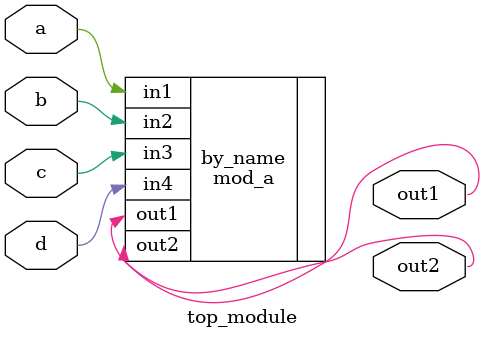
<source format=v>
module top_module (input a,
                   input b,
                   input c,
                   input d,
                   output out1,
                   output out2);
    mod_a by_name (
    .in1(a),
    .in2(b),
    .in3(c),
    .in4(d),
    .out1(out1),
    .out2(out2)
    );
endmodule

</source>
